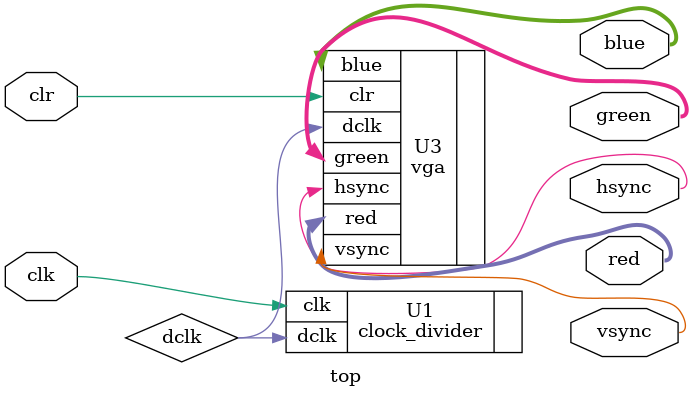
<source format=v>
`timescale 1ns / 1ps
module top(
	input wire clk,			//master clock = 100MHz
	input wire clr,			//right-most pushbutton for reset
	output wire [2:0] red,	//red vga output - 3 bits
	output wire [2:0] green,   //green vga output - 3 bits
	output wire [1:0] blue,	//blue vga output - 2 bits
	output wire hsync,		//horizontal sync out
	output wire vsync		//vertical sync out
	);

 wire dclk;

clock_divider U1(
	.clk(clk),
	.dclk(dclk)
	);


vga U3(
	.dclk(dclk),
	.clr(clr),
	.hsync(hsync),
	.vsync(vsync),
	.red(red),
	.green(green),
	.blue(blue)
	);

endmodule


</source>
